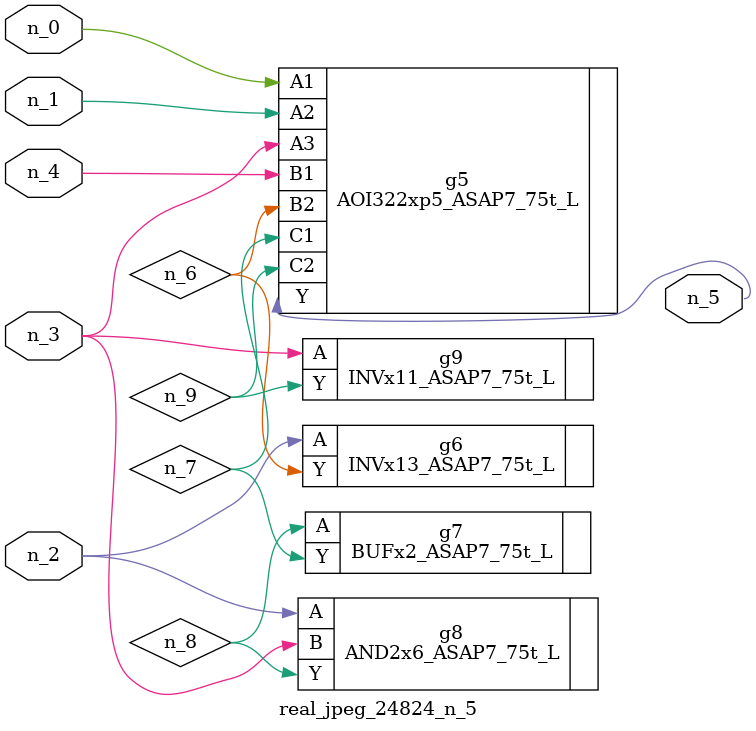
<source format=v>
module real_jpeg_24824_n_5 (n_4, n_0, n_1, n_2, n_3, n_5);

input n_4;
input n_0;
input n_1;
input n_2;
input n_3;

output n_5;

wire n_8;
wire n_6;
wire n_7;
wire n_9;

AOI322xp5_ASAP7_75t_L g5 ( 
.A1(n_0),
.A2(n_1),
.A3(n_3),
.B1(n_4),
.B2(n_6),
.C1(n_7),
.C2(n_9),
.Y(n_5)
);

INVx13_ASAP7_75t_L g6 ( 
.A(n_2),
.Y(n_6)
);

AND2x6_ASAP7_75t_L g8 ( 
.A(n_2),
.B(n_3),
.Y(n_8)
);

INVx11_ASAP7_75t_L g9 ( 
.A(n_3),
.Y(n_9)
);

BUFx2_ASAP7_75t_L g7 ( 
.A(n_8),
.Y(n_7)
);


endmodule
</source>
